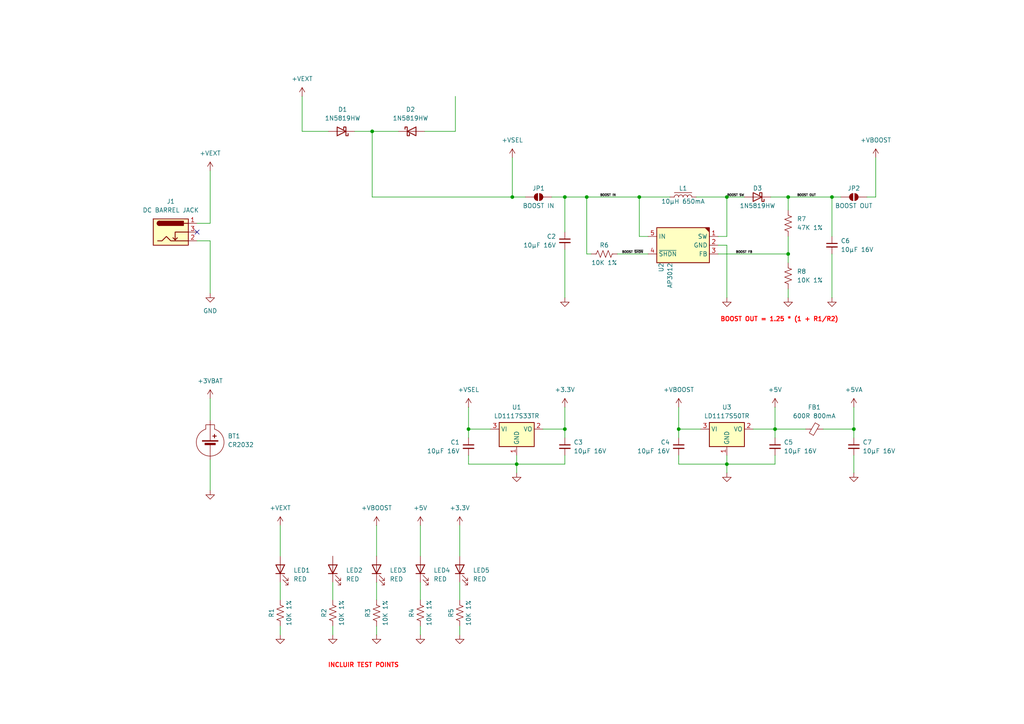
<source format=kicad_sch>
(kicad_sch (version 20231120) (generator "eeschema") (generator_version "8.0")
  (paper "A4")
  (lib_symbols
    (symbol "EMBARCADOS - CURSO PCB:+5V" (power) (pin_numbers hide) (pin_names (offset 0) hide)
      (property "Value" "+5V" (at 0 3.556 0))
      (symbol "+5V_0_1"
        (polyline (pts (xy -0.762 1.27) (xy 0 2.54)))
        (polyline (pts (xy 0 0) (xy 0 2.54)))
        (polyline (pts (xy 0 2.54) (xy 0.762 1.27)))
      )
      (symbol "+5V_1_1"
        (pin power_in line (at 0 0 90) (length 0) (name "~") (number "1"))
      )
    )
    (symbol "EMBARCADOS - CURSO PCB:AUX JUMPER SOLDER OPEN" (pin_numbers hide) (pin_names (offset 0) hide) (exclude_from_sim yes) (in_bom no)
      (property "Reference" "JP" (at 0 2.032 0))
      (property "Value" "SolderJumper_2_Open" (at 0 -2.54 0))
      (symbol "AUX JUMPER SOLDER OPEN_0_1"
        (arc (start -0.254 1.016) (mid -1.2656 0) (end -0.254 -1.016))
        (arc (start -0.254 1.016) (mid -1.2656 0) (end -0.254 -1.016) (fill (type outline)))
        (polyline (pts (xy -0.254 1.016) (xy -0.254 -1.016)))
        (polyline (pts (xy 0.254 1.016) (xy 0.254 -1.016)))
        (arc (start 0.254 -1.016) (mid 1.2656 0) (end 0.254 1.016))
        (arc (start 0.254 -1.016) (mid 1.2656 0) (end 0.254 1.016) (fill (type outline)))
      )
      (symbol "AUX JUMPER SOLDER OPEN_1_1"
        (pin passive line (at -3.81 0 0) (length 2.54) (name "A") (number "1"))
        (pin passive line (at 3.81 0 180) (length 2.54) (name "B") (number "2"))
      )
    )
    (symbol "EMBARCADOS - CURSO PCB:BATTERY HOLDER CR2032" (pin_numbers hide) (pin_names (offset 0) hide)
      (property "Reference" "BT" (at 4.318 1.27 0))
      (property "Value" "CR2032" (at 4.318 -1.27 0))
      (symbol "BATTERY HOLDER CR2032_0_1"
        (rectangle (start -2.286 0.508) (end 2.286 0.254) (fill (type outline)))
        (rectangle (start -1.524 -0.254) (end 1.524 -0.762) (fill (type outline)))
        (arc (start -1.27 3.81) (mid 0 -4.0161) (end 1.27 3.81))
        (polyline (pts (xy 0 -0.508) (xy 0 -2.54)))
        (polyline (pts (xy 0 0.508) (xy 0 3.81)))
        (polyline (pts (xy 0.762 1.778) (xy 1.778 1.778)) (stroke (width 0.254)))
        (polyline (pts (xy 1.27 2.286) (xy 1.27 1.27)) (stroke (width 0.254)))
        (polyline (pts (xy -1.27 3.81) (xy -1.27 5.08) (xy 1.27 5.08) (xy 1.27 3.81)))
      )
      (symbol "BATTERY HOLDER CR2032_1_1"
        (pin passive line (at 0 6.35 270) (length 2.54) (name "+") (number "1"))
        (pin passive line (at 0 -5.08 90) (length 2.54) (name "-") (number "2"))
      )
    )
    (symbol "EMBARCADOS - CURSO PCB:CAP 0805 10uH 16V AVX KGM21AR71C106K" (pin_numbers hide) (pin_names (offset 0.254) hide)
      (property "Reference" "C" (at 0.254 1.778 0))
      (property "Value" "10µF 16V" (at 0.254 -2.032 0))
      (symbol "CAP 0805 10uH 16V AVX KGM21AR71C106K_0_1"
        (polyline (pts (xy -1.524 -0.508) (xy 1.524 -0.508)) (stroke (width 0.3302)))
        (polyline (pts (xy -1.524 0.508) (xy 1.524 0.508)) (stroke (width 0.3048)))
      )
      (symbol "CAP 0805 10uH 16V AVX KGM21AR71C106K_1_1"
        (pin passive line (at 0 2.54 270) (length 2.032) (name "~") (number "1"))
        (pin passive line (at 0 -2.54 90) (length 2.032) (name "~") (number "2"))
      )
    )
    (symbol "EMBARCADOS - CURSO PCB:CONN DC BARREL JACK WÜRTH ELEKTRONIK 694108301002" (pin_names hide)
      (property "Reference" "J" (at 0 5.334 0))
      (property "Value" "DC BARREL JACK" (at 0 -5.08 0))
      (symbol "CONN DC BARREL JACK WÜRTH ELEKTRONIK 694108301002_0_1"
        (rectangle (start -5.08 3.81) (end 5.08 -3.81) (stroke (width 0.254)) (fill (type background)))
        (arc (start -3.302 3.175) (mid -3.9343 2.54) (end -3.302 1.905) (stroke (width 0.254)))
        (arc (start -3.302 3.175) (mid -3.9343 2.54) (end -3.302 1.905) (stroke (width 0.254)) (fill (type outline)))
        (polyline (pts (xy 1.27 -2.286) (xy 1.905 -1.651)) (stroke (width 0.254)))
        (polyline (pts (xy 5.08 2.54) (xy 3.81 2.54)) (stroke (width 0.254)))
        (polyline (pts (xy 5.08 0) (xy 1.27 0) (xy 1.27 -2.286) (xy 0.635 -1.651)) (stroke (width 0.254)))
        (polyline (pts (xy -3.81 -2.54) (xy -2.54 -2.54) (xy -1.27 -1.27) (xy 0 -2.54) (xy 2.54 -2.54) (xy 5.08 -2.54)) (stroke (width 0.254)))
        (rectangle (start 3.683 3.175) (end -3.302 1.905) (stroke (width 0.254)) (fill (type outline)))
      )
      (symbol "CONN DC BARREL JACK WÜRTH ELEKTRONIK 694108301002_1_1"
        (pin passive line (at 7.62 2.54 180) (length 2.54) (name "~") (number "1"))
        (pin passive line (at 7.62 -2.54 180) (length 2.54) (name "~") (number "2"))
        (pin passive line (at 7.62 0 180) (length 2.54) (name "~") (number "3"))
      )
    )
    (symbol "EMBARCADOS - CURSO PCB:DIODE SCHOTTKY 1N5819WS SOD-123 DIODES INC" (pin_numbers hide) (pin_names (offset 1.016) hide)
      (property "Reference" "D" (at 0 2.54 0))
      (property "Value" "1N5819HW" (at 0 -2.54 0))
      (symbol "DIODE SCHOTTKY 1N5819WS SOD-123 DIODES INC_0_1"
        (polyline (pts (xy 1.27 0) (xy -1.27 0)))
        (polyline (pts (xy 1.27 1.27) (xy 1.27 -1.27) (xy -1.27 0) (xy 1.27 1.27)) (stroke (width 0.254)))
        (polyline (pts (xy -1.905 0.635) (xy -1.905 1.27) (xy -1.27 1.27) (xy -1.27 -1.27) (xy -0.635 -1.27) (xy -0.635 -0.635)) (stroke (width 0.254)))
      )
      (symbol "DIODE SCHOTTKY 1N5819WS SOD-123 DIODES INC_1_1"
        (pin passive line (at -3.81 0 0) (length 2.54) (name "K") (number "1"))
        (pin passive line (at 3.81 0 180) (length 2.54) (name "A") (number "2"))
      )
    )
    (symbol "EMBARCADOS - CURSO PCB:FB 0603 600R 800mA WÜRTH ELEKTRONIK  742792651" (pin_numbers hide) (pin_names (offset 0))
      (property "Reference" "FB" (at 1.905 1.27 0))
      (property "Value" "600R 800mA" (at 1.905 -1.27 0))
      (symbol "FB 0603 600R 800mA WÜRTH ELEKTRONIK  742792651_0_1"
        (polyline (pts (xy 0 -1.27) (xy 0 -0.7874)))
        (polyline (pts (xy 0 0.889) (xy 0 1.2954)))
        (polyline (pts (xy -1.8288 0.2794) (xy -1.1176 1.4986) (xy 1.8288 -0.2032) (xy 1.1176 -1.4224) (xy -1.8288 0.2794)))
      )
      (symbol "FB 0603 600R 800mA WÜRTH ELEKTRONIK  742792651_1_1"
        (pin passive line (at 0 2.54 270) (length 1.27) (name "~") (number "1"))
        (pin passive line (at 0 -2.54 90) (length 1.27) (name "~") (number "2"))
      )
    )
    (symbol "EMBARCADOS - CURSO PCB:IC DC-DC BOOST AP3012 DIODES"
      (property "Reference" "U" (at 0 6.35 0))
      (property "Value" "AP3012" (at 0 -6.35 0))
      (symbol "IC DC-DC BOOST AP3012 DIODES_0_1"
        (rectangle (start -7.62 5.08) (end 7.62 -5.08) (stroke (width 0.254)) (fill (type background)))
      )
      (symbol "IC DC-DC BOOST AP3012 DIODES_1_1"
        (polyline (pts (xy -7.62 5.08) (xy -6.35 5.08) (xy -7.62 3.81)) (fill (type outline)))
        (pin passive line (at -10.16 2.54 0) (length 2.54) (name "SW") (number "1"))
        (pin power_in line (at -10.16 0 0) (length 2.54) (name "GND") (number "2"))
        (pin input line (at -10.16 -2.54 0) (length 2.54) (name "FB") (number "3"))
        (pin input line (at 10.16 -2.54 180) (length 2.54) (name "~{SHDN}") (number "4"))
        (pin power_in line (at 10.16 2.54 180) (length 2.54) (name "IN") (number "5"))
      )
    )
    (symbol "EMBARCADOS - CURSO PCB:IC DC-DC LDO LD1117S33TR SOT223"
      (property "Reference" "U" (at -3.81 3.175 0))
      (property "Value" "LD1117S33TR" (at 0 3.175 0))
      (symbol "IC DC-DC LDO LD1117S33TR SOT223_0_1"
        (rectangle (start -5.08 -5.08) (end 5.08 1.905) (stroke (width 0.254)) (fill (type background)))
      )
      (symbol "IC DC-DC LDO LD1117S33TR SOT223_1_1"
        (pin power_in line (at 0 -7.62 90) (length 2.54) (name "GND") (number "1"))
        (pin power_out line (at 7.62 0 180) (length 2.54) (name "VO") (number "2"))
        (pin power_in line (at -7.62 0 0) (length 2.54) (name "VI") (number "3"))
      )
    )
    (symbol "EMBARCADOS - CURSO PCB:IC DC-DC LDO LD1117S50TR SOT223"
      (property "Reference" "U" (at -3.81 3.175 0))
      (property "Value" "LD1117S50TR" (at 0 3.175 0))
      (symbol "IC DC-DC LDO LD1117S50TR SOT223_0_1"
        (rectangle (start -5.08 -5.08) (end 5.08 1.905) (stroke (width 0.254)) (fill (type background)))
      )
      (symbol "IC DC-DC LDO LD1117S50TR SOT223_1_1"
        (pin power_in line (at 0 -7.62 90) (length 2.54) (name "GND") (number "1"))
        (pin power_out line (at 7.62 0 180) (length 2.54) (name "VO") (number "2"))
        (pin power_in line (at -7.62 0 0) (length 2.54) (name "VI") (number "3"))
      )
    )
    (symbol "EMBARCADOS - CURSO PCB:IND 2.5x2.0 10µH 650mA WÜRTH ELEKTRONIK 74404024100 " (pin_numbers hide) (pin_names (offset 1.016) hide)
      (property "Reference" "L" (at -1.27 0 90))
      (property "Value" "10µH 650mA" (at 2.794 0 90))
      (symbol "IND 2.5x2.0 10µH 650mA WÜRTH ELEKTRONIK 74404024100 _0_1"
        (arc (start 0 -2.54) (mid 0.6323 -1.905) (end 0 -1.27))
        (arc (start 0 -1.27) (mid 0.6323 -0.635) (end 0 0))
        (polyline (pts (xy 1.27 2.54) (xy 1.27 -2.54)))
        (arc (start 0 0) (mid 0.6323 0.635) (end 0 1.27))
        (arc (start 0 1.27) (mid 0.6323 1.905) (end 0 2.54))
      )
      (symbol "IND 2.5x2.0 10µH 650mA WÜRTH ELEKTRONIK 74404024100 _1_1"
        (pin passive line (at 0 3.81 270) (length 1.27) (name "1") (number "1"))
        (pin passive line (at 0 -3.81 90) (length 1.27) (name "2") (number "2"))
      )
    )
    (symbol "EMBARCADOS - CURSO PCB:LED 0603 RED WÜRTH ELEKTRONIK 150060SS55040 " (pin_numbers hide) (pin_names (offset 1.016) hide)
      (property "Reference" "LED" (at 0 2.54 0))
      (property "Value" "RED" (at 0 -2.54 0))
      (symbol "LED 0603 RED WÜRTH ELEKTRONIK 150060SS55040 _0_1"
        (polyline (pts (xy -1.27 -1.27) (xy -1.27 1.27)) (stroke (width 0.254)))
        (polyline (pts (xy -1.27 0) (xy 1.27 0)))
        (polyline (pts (xy 1.27 -1.27) (xy 1.27 1.27) (xy -1.27 0) (xy 1.27 -1.27)) (stroke (width 0.254)))
        (polyline (pts (xy -3.048 -0.762) (xy -4.572 -2.286) (xy -3.81 -2.286) (xy -4.572 -2.286) (xy -4.572 -1.524)))
        (polyline (pts (xy -1.778 -0.762) (xy -3.302 -2.286) (xy -2.54 -2.286) (xy -3.302 -2.286) (xy -3.302 -1.524)))
      )
      (symbol "LED 0603 RED WÜRTH ELEKTRONIK 150060SS55040 _1_1"
        (pin passive line (at -3.81 0 0) (length 2.54) (name "K") (number "1"))
        (pin passive line (at 3.81 0 180) (length 2.54) (name "A") (number "2"))
      )
    )
    (symbol "EMBARCADOS - CURSO PCB:POWER GND" (power) (pin_numbers hide) (pin_names (offset 0) hide)
      (property "Value" "POWER GND" (at 0 -3.81 0))
      (symbol "POWER GND_0_1"
        (polyline (pts (xy 0 0) (xy 0 -1.27) (xy 1.27 -1.27) (xy 0 -2.54) (xy -1.27 -1.27) (xy 0 -1.27)))
      )
      (symbol "POWER GND_1_1"
        (pin power_in line (at 0 0 270) (length 0) (name "~") (number "1"))
      )
    )
    (symbol "EMBARCADOS - CURSO PCB:RES 0603 10K 1% VISHAY CRCW060310K0FK " (pin_numbers hide) (pin_names (offset 0))
      (property "Reference" "R" (at 2.54 0 90))
      (property "Value" "10K 1%" (at -2.54 0 90))
      (symbol "RES 0603 10K 1% VISHAY CRCW060310K0FK _0_1"
        (polyline (pts (xy 0 -2.286) (xy 0 -2.54)))
        (polyline (pts (xy 0 2.286) (xy 0 2.54)))
        (polyline (pts (xy 0 -0.762) (xy 1.016 -1.143) (xy 0 -1.524) (xy -1.016 -1.905) (xy 0 -2.286)))
        (polyline (pts (xy 0 0.762) (xy 1.016 0.381) (xy 0 0) (xy -1.016 -0.381) (xy 0 -0.762)))
        (polyline (pts (xy 0 2.286) (xy 1.016 1.905) (xy 0 1.524) (xy -1.016 1.143) (xy 0 0.762)))
      )
      (symbol "RES 0603 10K 1% VISHAY CRCW060310K0FK _1_1"
        (pin passive line (at 0 3.81 270) (length 1.27) (name "~") (number "1"))
        (pin passive line (at 0 -3.81 90) (length 1.27) (name "~") (number "2"))
      )
    )
    (symbol "EMBARCADOS - CURSO PCB:RES 0603 47K 1% VISHAY CRCW060347K0FK" (pin_numbers hide) (pin_names (offset 0))
      (property "Reference" "R" (at 2.54 0 90))
      (property "Value" "47K 1%" (at -2.54 0 90))
      (symbol "RES 0603 47K 1% VISHAY CRCW060347K0FK_0_1"
        (polyline (pts (xy 0 -2.286) (xy 0 -2.54)))
        (polyline (pts (xy 0 2.286) (xy 0 2.54)))
        (polyline (pts (xy 0 -0.762) (xy 1.016 -1.143) (xy 0 -1.524) (xy -1.016 -1.905) (xy 0 -2.286)))
        (polyline (pts (xy 0 0.762) (xy 1.016 0.381) (xy 0 0) (xy -1.016 -0.381) (xy 0 -0.762)))
        (polyline (pts (xy 0 2.286) (xy 1.016 1.905) (xy 0 1.524) (xy -1.016 1.143) (xy 0 0.762)))
      )
      (symbol "RES 0603 47K 1% VISHAY CRCW060347K0FK_1_1"
        (pin passive line (at 0 3.81 270) (length 1.27) (name "~") (number "1"))
        (pin passive line (at 0 -3.81 90) (length 1.27) (name "~") (number "2"))
      )
    )
  )
  (junction (at 148.59 57.15))
  (junction (at 224.79 124.46))
  (junction (at 149.86 134.62))
  (junction (at 241.3 57.15))
  (junction (at 135.89 124.46))
  (junction (at 210.82 134.62))
  (junction (at 196.85 124.46))
  (junction (at 185.42 57.15))
  (junction (at 210.82 57.15))
  (junction (at 228.6 73.66))
  (junction (at 247.65 124.46))
  (junction (at 107.95 38.1))
  (junction (at 170.18 57.15))
  (junction (at 228.6 57.15))
  (junction (at 163.83 57.15))
  (junction (at 163.83 124.46))
  (no_connect (at 57.15 67.31))
  (wire (pts (xy 210.82 134.62) (xy 224.79 134.62)))
  (wire (pts (xy 187.96 68.58) (xy 185.42 68.58)))
  (wire (pts (xy 123.19 38.1) (xy 132.08 38.1)))
  (wire (pts (xy 107.95 38.1) (xy 115.57 38.1)))
  (wire (pts (xy 121.92 181.61) (xy 121.92 184.15)))
  (wire (pts (xy 203.2 124.46) (xy 196.85 124.46)))
  (wire (pts (xy 133.35 152.4) (xy 133.35 161.29)))
  (wire (pts (xy 149.86 132.08) (xy 149.86 134.62)))
  (wire (pts (xy 228.6 83.82) (xy 228.6 86.36)))
  (wire (pts (xy 160.02 57.15) (xy 163.83 57.15)))
  (wire (pts (xy 60.96 49.53) (xy 60.96 64.77)))
  (wire (pts (xy 81.28 168.91) (xy 81.28 173.99)))
  (wire (pts (xy 107.95 57.15) (xy 107.95 38.1)))
  (wire (pts (xy 224.79 124.46) (xy 233.68 124.46)))
  (wire (pts (xy 247.65 132.08) (xy 247.65 137.16)))
  (wire (pts (xy 228.6 73.66) (xy 228.6 76.2)))
  (wire (pts (xy 135.89 124.46) (xy 142.24 124.46)))
  (wire (pts (xy 107.95 57.15) (xy 148.59 57.15)))
  (wire (pts (xy 185.42 57.15) (xy 194.31 57.15)))
  (wire (pts (xy 96.52 168.91) (xy 96.52 173.99)))
  (wire (pts (xy 208.28 73.66) (xy 228.6 73.66)))
  (wire (pts (xy 228.6 57.15) (xy 228.6 60.96)))
  (wire (pts (xy 224.79 118.11) (xy 224.79 124.46)))
  (wire (pts (xy 163.83 57.15) (xy 163.83 67.31)))
  (wire (pts (xy 210.82 134.62) (xy 210.82 137.16)))
  (wire (pts (xy 185.42 68.58) (xy 185.42 57.15)))
  (wire (pts (xy 210.82 132.08) (xy 210.82 134.62)))
  (wire (pts (xy 157.48 124.46) (xy 163.83 124.46)))
  (wire (pts (xy 223.52 57.15) (xy 228.6 57.15)))
  (wire (pts (xy 179.07 73.66) (xy 187.96 73.66)))
  (wire (pts (xy 57.15 69.85) (xy 60.96 69.85)))
  (wire (pts (xy 60.96 115.57) (xy 60.96 121.92)))
  (wire (pts (xy 241.3 73.66) (xy 241.3 86.36)))
  (wire (pts (xy 148.59 45.72) (xy 148.59 57.15)))
  (wire (pts (xy 133.35 181.61) (xy 133.35 184.15)))
  (wire (pts (xy 60.96 133.35) (xy 60.96 142.24)))
  (wire (pts (xy 196.85 124.46) (xy 196.85 127)))
  (wire (pts (xy 247.65 118.11) (xy 247.65 124.46)))
  (wire (pts (xy 163.83 57.15) (xy 170.18 57.15)))
  (wire (pts (xy 224.79 132.08) (xy 224.79 134.62)))
  (wire (pts (xy 121.92 152.4) (xy 121.92 161.29)))
  (wire (pts (xy 135.89 134.62) (xy 149.86 134.62)))
  (wire (pts (xy 60.96 69.85) (xy 60.96 85.09)))
  (wire (pts (xy 210.82 57.15) (xy 215.9 57.15)))
  (wire (pts (xy 218.44 124.46) (xy 224.79 124.46)))
  (wire (pts (xy 135.89 124.46) (xy 135.89 127)))
  (wire (pts (xy 95.25 38.1) (xy 87.63 38.1)))
  (wire (pts (xy 238.76 124.46) (xy 247.65 124.46)))
  (wire (pts (xy 132.08 27.94) (xy 132.08 38.1)))
  (wire (pts (xy 135.89 118.11) (xy 135.89 124.46)))
  (wire (pts (xy 148.59 57.15) (xy 152.4 57.15)))
  (wire (pts (xy 109.22 168.91) (xy 109.22 173.99)))
  (wire (pts (xy 210.82 86.36) (xy 210.82 71.12)))
  (wire (pts (xy 254 57.15) (xy 251.46 57.15)))
  (wire (pts (xy 228.6 68.58) (xy 228.6 73.66)))
  (wire (pts (xy 81.28 181.61) (xy 81.28 184.15)))
  (wire (pts (xy 241.3 68.58) (xy 241.3 57.15)))
  (wire (pts (xy 57.15 64.77) (xy 60.96 64.77)))
  (wire (pts (xy 163.83 124.46) (xy 163.83 127)))
  (wire (pts (xy 224.79 124.46) (xy 224.79 127)))
  (wire (pts (xy 241.3 57.15) (xy 243.84 57.15)))
  (wire (pts (xy 228.6 57.15) (xy 241.3 57.15)))
  (wire (pts (xy 149.86 134.62) (xy 149.86 137.16)))
  (wire (pts (xy 247.65 124.46) (xy 247.65 127)))
  (wire (pts (xy 109.22 152.4) (xy 109.22 161.29)))
  (wire (pts (xy 170.18 73.66) (xy 170.18 57.15)))
  (wire (pts (xy 96.52 181.61) (xy 96.52 184.15)))
  (wire (pts (xy 170.18 57.15) (xy 185.42 57.15)))
  (wire (pts (xy 163.83 118.11) (xy 163.83 124.46)))
  (wire (pts (xy 163.83 132.08) (xy 163.83 134.62)))
  (wire (pts (xy 135.89 132.08) (xy 135.89 134.62)))
  (wire (pts (xy 196.85 118.11) (xy 196.85 124.46)))
  (wire (pts (xy 133.35 168.91) (xy 133.35 173.99)))
  (wire (pts (xy 87.63 27.94) (xy 87.63 38.1)))
  (wire (pts (xy 102.87 38.1) (xy 107.95 38.1)))
  (wire (pts (xy 196.85 134.62) (xy 210.82 134.62)))
  (wire (pts (xy 109.22 181.61) (xy 109.22 184.15)))
  (wire (pts (xy 121.92 168.91) (xy 121.92 173.99)))
  (wire (pts (xy 171.45 73.66) (xy 170.18 73.66)))
  (wire (pts (xy 201.93 57.15) (xy 210.82 57.15)))
  (wire (pts (xy 149.86 134.62) (xy 163.83 134.62)))
  (wire (pts (xy 163.83 72.39) (xy 163.83 86.36)))
  (wire (pts (xy 210.82 71.12) (xy 208.28 71.12)))
  (wire (pts (xy 208.28 68.58) (xy 210.82 68.58)))
  (wire (pts (xy 81.28 152.4) (xy 81.28 161.29)))
  (wire (pts (xy 196.85 132.08) (xy 196.85 134.62)))
  (wire (pts (xy 210.82 57.15) (xy 210.82 68.58)))
  (wire (pts (xy 254 45.72) (xy 254 57.15)))
  (text "INCLUIR TEST POINTS" (at 105.41 193.04 0) (effects (font (size 1.27 1.27) (thickness 0.254) (bold yes))))
  (text "BOOST OUT = 1.25 * (1 + R1/R2)" (at 226.06 92.71 0) (effects (font (size 1.27 1.27) (thickness 0.254) (bold yes))))
  (label "BOOST IN" (at 173.99 57.15 0) (effects (font (size 0.635 0.635) (thickness 0.254) (bold yes))))
  (label "BOOST ~{SHDN}" (at 180.34 73.66 0) (effects (font (size 0.635 0.635) (thickness 0.254) (bold yes))))
  (label "BOOST SW" (at 210.82 57.15 0) (effects (font (size 0.635 0.635) (thickness 0.254) (bold yes))))
  (label "BOOST FB" (at 213.36 73.66 0) (effects (font (size 0.635 0.635) (thickness 0.254) (bold yes))))
  (label "BOOST OUT" (at 231.14 57.15 0) (effects (font (size 0.635 0.635) (thickness 0.254) (bold yes))))
  (symbol (lib_id "EMBARCADOS - CURSO PCB:POWER GND") (at 210.82 86.36 0) (unit 1)
    (property "Reference" "#PWR021" (effects (hide yes)))
    (property "Value" "GND" (effects (hide yes)))
    (property "Description" "Power symbol creates a global label with name \"GND\" , ground" (effects (hide yes)))
  )
  (symbol (lib_id "EMBARCADOS - CURSO PCB:RES 0603 10K 1% VISHAY CRCW060310K0FK ") (at 133.35 177.8 180) (unit 1)
    (property "Reference" "R5" (at 130.81 177.8 90))
    (property "Value" "10K 1%" (at 135.89 177.8 90))
    (property "Footprint" "EMBARCADOS - CURSO PCB:R_0603_1608Metric" (effects (hide yes)))
    (property "Datasheet" "https://www.we-online.com/components/products/datasheet/61300411821.pdf" (effects (hide yes)))
    (property "Description" "RES 0603 10K 1% VISHAY" (effects (hide yes)))
    (property "MPN" "CRCW060310K0FK " (effects (hide yes)))
    (property "Manufacturer" "VISHAY " (effects (hide yes)))
    (property "3D Model" "KiCad" (effects (hide yes)))
    (property "Notes" "-" (effects (hide yes)))
    (property "LCSC Part # " "C25804 " (effects (hide yes)))
    (property "LCSC MPN " "0603WAF1002T5E " (effects (hide yes)))
    (property "LCSC MANUFACTURER " "UNI-ROYAL " (effects (hide yes)))
  )
  (symbol (lib_id "EMBARCADOS - CURSO PCB:LED 0603 RED WÜRTH ELEKTRONIK 150060SS55040 ") (at 96.52 165.1 90) (unit 1)
    (property "Reference" "LED2" (at 100.33 165.4174 90) (effects (justify right)))
    (property "Value" "RED" (at 100.33 167.9574 90) (effects (justify right)))
    (property "Footprint" "EMBARCADOS - CURSO PCB:LED_0603_1608Metric" (effects (hide yes)))
    (property "Datasheet" "https://www.we-online.com/components/products/datasheet/150060SS55040.pdf" (effects (hide yes)))
    (property "Description" "Light emitting diode" (effects (hide yes)))
    (property "MPN" "150060SS55040 " (effects (hide yes)))
    (property "Manufacturer" "WÜRTH ELEKTRONIK " (effects (hide yes)))
    (property "3D Model" "KiCad" (effects (hide yes)))
    (property "Notes" "-" (effects (hide yes)))
    (property "LCSC Part # " "C128052 " (effects (hide yes)))
    (property "LCSC MPN " "19-213/R6C-AM2P1VY/3T " (effects (hide yes)))
    (property "LCSC MANUFACTURER " "EVERLIGHT " (effects (hide yes)))
  )
  (symbol (lib_id "EMBARCADOS - CURSO PCB:CAP 0805 10uH 16V AVX KGM21AR71C106K") (at 135.89 129.54 0) (mirror y) (unit 1)
    (property "Reference" "C1" (at 133.35 128.2762 0) (effects (justify left)))
    (property "Value" "10µF 16V" (at 133.35 130.8162 0) (effects (justify left)))
    (property "Footprint" "EMBARCADOS - CURSO PCB:C_0805_2012Metric" (effects (hide yes)))
    (property "Datasheet" "https://datasheets.kyocera-avx.com/KGM_X7R.pdf" (effects (hide yes)))
    (property "Description" "CAP 0805 10uH 16V AVX" (effects (hide yes)))
    (property "MPN" "KGM21AR71C106K " (effects (hide yes)))
    (property "Manufacturer" "KYOCERA/AVX " (effects (hide yes)))
    (property "3D Model" "KiCad" (effects (hide yes)))
    (property "Notes" "-" (effects (hide yes)))
    (property "LCSC Part #" "C15850 " (effects (hide yes)))
    (property "LCSC MPN " "CL21A106KAYNNNE " (effects (hide yes)))
    (property "LCSC MANUFACTURER " "SAMSUNG " (effects (hide yes)))
  )
  (symbol (lib_id "EMBARCADOS - CURSO PCB:DIODE SCHOTTKY 1N5819WS SOD-123 DIODES INC") (at 99.06 38.1 180) (unit 1)
    (property "Reference" "D1" (at 99.3775 31.75 0))
    (property "Value" "1N5819HW" (at 99.3775 34.29 0))
    (property "Footprint" "EMBARCADOS - CURSO PCB:D_SOD-123" (effects (hide yes)))
    (property "Datasheet" "https://www.diodes.com/datasheet/download/1N5819HW.pdf" (effects (hide yes)))
    (property "Description" "40V 600mV@1A 1A SOD-323 Schottky Barrier Diodes, SOD-323" (effects (hide yes)))
    (property "MPN" "1N5819HW-7-F " (effects (hide yes)))
    (property "Manufactrer" "DIODES INCORPORATED " (effects (hide yes)))
    (property "3D Model" "KiCad" (effects (hide yes)))
    (property "Notes" "-" (effects (hide yes)))
    (property "LCSC Part # " "C82544 " (effects (hide yes)))
    (property "LCSC MPN " "1N5819HW-7-F " (effects (hide yes)))
    (property "LCSC MANUFACTURER " "DIODES INCORPORATED " (effects (hide yes)))
  )
  (symbol (lib_id "EMBARCADOS - CURSO PCB:POWER GND") (at 228.6 86.36 0) (unit 1)
    (property "Reference" "#PWR024" (effects (hide yes)))
    (property "Value" "GND" (effects (hide yes)))
    (property "Description" "Power symbol creates a global label with name \"GND\" , ground" (effects (hide yes)))
  )
  (symbol (lib_id "EMBARCADOS - CURSO PCB:POWER GND") (at 133.35 184.15 0) (unit 1)
    (property "Reference" "#PWR014" (effects (hide yes)))
    (property "Value" "GND" (effects (hide yes)))
    (property "Description" "Power symbol creates a global label with name \"GND\" , ground" (effects (hide yes)))
  )
  (symbol (lib_id "EMBARCADOS - CURSO PCB:RES 0603 10K 1% VISHAY CRCW060310K0FK ") (at 109.22 177.8 180) (unit 1)
    (property "Reference" "R3" (at 106.68 177.8 90))
    (property "Value" "10K 1%" (at 111.76 177.8 90))
    (property "Footprint" "EMBARCADOS - CURSO PCB:R_0603_1608Metric" (effects (hide yes)))
    (property "Datasheet" "https://www.we-online.com/components/products/datasheet/61300411821.pdf" (effects (hide yes)))
    (property "Description" "RES 0603 10K 1% VISHAY" (effects (hide yes)))
    (property "MPN" "CRCW060310K0FK " (effects (hide yes)))
    (property "Manufacturer" "VISHAY " (effects (hide yes)))
    (property "3D Model" "KiCad" (effects (hide yes)))
    (property "Notes" "-" (effects (hide yes)))
    (property "LCSC Part # " "C25804 " (effects (hide yes)))
    (property "LCSC MPN " "0603WAF1002T5E " (effects (hide yes)))
    (property "LCSC MANUFACTURER " "UNI-ROYAL " (effects (hide yes)))
  )
  (symbol (lib_id "EMBARCADOS - CURSO PCB:+5V") (at 163.83 118.11 0) (unit 1)
    (property "Reference" "#PWR019" (effects (hide yes)))
    (property "Value" "+3.3V" (at 163.83 113.03 0))
    (property "Description" "Power symbol creates a global label with name \"+5V\"" (effects (hide yes)))
  )
  (symbol (lib_id "EMBARCADOS - CURSO PCB:BATTERY HOLDER CR2032") (at 60.96 128.27 0) (unit 1)
    (property "Reference" "BT1" (at 66.04 126.4679 0) (effects (justify left)))
    (property "Value" "CR2032" (at 66.04 129.0079 0) (effects (justify left)))
    (property "Footprint" "EMBARCADOS - CURSO PCB:BatteryHolder_Keystone_1060_1x2032" (effects (hide yes)))
    (property "Datasheet" "https://www.we-online.com/components/products/datasheet/79527141.pdf" (effects (hide yes)))
    (property "Description" "Single-cell battery" (effects (hide yes)))
    (property "MPN" "79527141" (effects (hide yes)))
    (property "Manufacturer" "WÜRTH ELEKTRONIK " (effects (hide yes)))
    (property "3D Model" "https://www.we-online.com/components/products/download/79527141%20%28rev1%29.igs" (effects (hide yes)))
    (property "Notes" "-" (effects (hide yes)))
    (property "LCSC Part # " "-" (effects (hide yes)))
    (property "LCSC MPN " "-" (effects (hide yes)))
    (property "LCSC MANUFACTURER " "-" (effects (hide yes)))
  )
  (symbol (lib_id "EMBARCADOS - CURSO PCB:+5V") (at 135.89 118.11 0) (unit 1)
    (property "Reference" "#PWR015" (effects (hide yes)))
    (property "Value" "+VSEL" (at 135.89 113.03 0))
    (property "Description" "Power symbol creates a global label with name \"+5V\"" (effects (hide yes)))
  )
  (symbol (lib_id "EMBARCADOS - CURSO PCB:CAP 0805 10uH 16V AVX KGM21AR71C106K") (at 247.65 129.54 0) (unit 1)
    (property "Reference" "C7" (at 250.19 128.2762 0) (effects (justify left)))
    (property "Value" "10µF 16V" (at 250.19 130.8162 0) (effects (justify left)))
    (property "Footprint" "EMBARCADOS - CURSO PCB:C_0805_2012Metric" (effects (hide yes)))
    (property "Datasheet" "https://datasheets.kyocera-avx.com/KGM_X7R.pdf" (effects (hide yes)))
    (property "Description" "CAP 0805 10uH 16V AVX" (effects (hide yes)))
    (property "MPN" "KGM21AR71C106K " (effects (hide yes)))
    (property "Manufacturer" "KYOCERA/AVX " (effects (hide yes)))
    (property "3D Model" "KiCad" (effects (hide yes)))
    (property "Notes" "-" (effects (hide yes)))
    (property "LCSC Part #" "C15850 " (effects (hide yes)))
    (property "LCSC MPN " "CL21A106KAYNNNE " (effects (hide yes)))
    (property "LCSC MANUFACTURER " "SAMSUNG " (effects (hide yes)))
  )
  (symbol (lib_id "EMBARCADOS - CURSO PCB:CONN DC BARREL JACK WÜRTH ELEKTRONIK 694108301002") (at 49.53 67.31 0) (unit 1)
    (property "Reference" "J1" (at 49.53 58.42 0))
    (property "Value" "DC BARREL JACK" (at 49.53 60.96 0))
    (property "Footprint" "EMBARCADOS - CURSO PCB:BarrelJack_GCT_DCJ200-10-A_Horizontal" (effects (hide yes)))
    (property "Datasheet" "https://www.we-online.com/components/products/datasheet/694108301002.pdf" (effects (hide yes)))
    (property "Description" "DC Barrel Jack with an internal switch" (effects (hide yes)))
    (property "MPN" "694108301002" (effects (hide yes)))
    (property "Manufacturer" "WÜRTH ELEKTRONIK " (effects (hide yes)))
    (property "3D Model" "https://www.we-online.com/components/products/download/Download_IGES_694108301002%20%28rev1%29.iges" (effects (hide yes)))
    (property "Notes" "THRU HOLE" (effects (hide yes)))
    (property "LCSC Part # " "-" (effects (hide yes)))
    (property "LCSC MPN " "-" (effects (hide yes)))
    (property "LCSC MANUFACTURER " "-" (effects (hide yes)))
  )
  (symbol (lib_id "EMBARCADOS - CURSO PCB:IC DC-DC LDO LD1117S33TR SOT223") (at 149.86 124.46 0) (unit 1)
    (property "Reference" "U1" (at 149.86 118.11 0))
    (property "Value" "LD1117S33TR" (at 149.86 120.65 0))
    (property "Footprint" "EMBARCADOS - CURSO PCB:SOT-223-3_TabPin2" (effects (hide yes)))
    (property "Datasheet" "https://www.st.com/resource/en/datasheet/ld1117.pdf" (effects (hide yes)))
    (property "Description" "800mA Fixed Low Drop Positive Voltage Regulator, Fixed Output 3.3V, SOT-223" (effects (hide yes)))
    (property "MPN" "LD1117S33TR " (effects (hide yes)))
    (property "Manufacturer" "STMICROELECTRONICS " (effects (hide yes)))
    (property "3D Model" "KiCad" (effects (hide yes)))
    (property "Notes" "-" (effects (hide yes)))
    (property "LCSC Part # " "C6186 " (effects (hide yes)))
    (property "LCSC MPN " "AMS1117-3.3 " (effects (hide yes)))
    (property "LCSC MANUFACTURER " "ADVANCED MONOLITHIC SYSTEMS " (effects (hide yes)))
  )
  (symbol (lib_id "EMBARCADOS - CURSO PCB:LED 0603 RED WÜRTH ELEKTRONIK 150060SS55040 ") (at 109.22 165.1 90) (unit 1)
    (property "Reference" "LED3" (at 113.03 165.4174 90) (effects (justify right)))
    (property "Value" "RED" (at 113.03 167.9574 90) (effects (justify right)))
    (property "Footprint" "EMBARCADOS - CURSO PCB:LED_0603_1608Metric" (effects (hide yes)))
    (property "Datasheet" "https://www.we-online.com/components/products/datasheet/150060SS55040.pdf" (effects (hide yes)))
    (property "Description" "Light emitting diode" (effects (hide yes)))
    (property "MPN" "150060SS55040 " (effects (hide yes)))
    (property "Manufacturer" "WÜRTH ELEKTRONIK " (effects (hide yes)))
    (property "3D Model" "KiCad" (effects (hide yes)))
    (property "Notes" "-" (effects (hide yes)))
    (property "LCSC Part # " "C128052 " (effects (hide yes)))
    (property "LCSC MPN " "19-213/R6C-AM2P1VY/3T " (effects (hide yes)))
    (property "LCSC MANUFACTURER " "EVERLIGHT " (effects (hide yes)))
  )
  (symbol (lib_id "EMBARCADOS - CURSO PCB:+5V") (at 148.59 45.72 0) (unit 1)
    (property "Reference" "#PWR016" (effects (hide yes)))
    (property "Value" "+VSEL" (at 148.59 40.64 0))
    (property "Description" "Power symbol creates a global label with name \"+5V\"" (effects (hide yes)))
  )
  (symbol (lib_id "EMBARCADOS - CURSO PCB:POWER GND") (at 96.52 184.15 0) (unit 1)
    (property "Reference" "#PWR08" (effects (hide yes)))
    (property "Value" "GND" (effects (hide yes)))
    (property "Description" "Power symbol creates a global label with name \"GND\" , ground" (effects (hide yes)))
  )
  (symbol (lib_id "EMBARCADOS - CURSO PCB:+5V") (at 60.96 49.53 0) (unit 1)
    (property "Reference" "#PWR01" (effects (hide yes)))
    (property "Value" "+VEXT" (at 60.96 44.45 0))
    (property "Description" "Power symbol creates a global label with name \"+5V\"" (effects (hide yes)))
  )
  (symbol (lib_id "EMBARCADOS - CURSO PCB:POWER GND") (at 241.3 86.36 0) (unit 1)
    (property "Reference" "#PWR025" (effects (hide yes)))
    (property "Value" "GND" (effects (hide yes)))
    (property "Description" "Power symbol creates a global label with name \"GND\" , ground" (effects (hide yes)))
  )
  (symbol (lib_id "EMBARCADOS - CURSO PCB:POWER GND") (at 149.86 137.16 0) (unit 1)
    (property "Reference" "#PWR017" (effects (hide yes)))
    (property "Value" "GND" (effects (hide yes)))
    (property "Description" "Power symbol creates a global label with name \"GND\" , ground" (effects (hide yes)))
  )
  (symbol (lib_id "EMBARCADOS - CURSO PCB:+5V") (at 87.63 27.94 0) (unit 1)
    (property "Reference" "#PWR07" (effects (hide yes)))
    (property "Value" "+VEXT" (at 87.63 22.86 0))
    (property "Description" "Power symbol creates a global label with name \"+5V\"" (effects (hide yes)))
  )
  (symbol (lib_id "EMBARCADOS - CURSO PCB:+5V") (at 81.28 152.4 0) (unit 1)
    (property "Reference" "#PWR05" (effects (hide yes)))
    (property "Value" "+VEXT" (at 81.28 147.32 0))
    (property "Description" "Power symbol creates a global label with name \"+5V\"" (effects (hide yes)))
  )
  (symbol (lib_id "EMBARCADOS - CURSO PCB:AUX JUMPER SOLDER OPEN") (at 247.65 57.15 0) (unit 1) (exclude_from_sim yes) (in_bom no)
    (property "Reference" "JP2" (at 247.65 54.61 0))
    (property "Value" "BOOST OUT" (at 247.65 59.69 0))
    (property "Footprint" "EMBARCADOS - CURSO PCB:SolderJumper-2_P1.3mm_Open_RoundedPad1.0x1.5mm" (effects (hide yes)))
    (property "Description" "Solder Jumper, 2-pole, open" (effects (hide yes)))
  )
  (symbol (lib_id "EMBARCADOS - CURSO PCB:CAP 0805 10uH 16V AVX KGM21AR71C106K") (at 224.79 129.54 0) (unit 1)
    (property "Reference" "C5" (at 227.33 128.2762 0) (effects (justify left)))
    (property "Value" "10µF 16V" (at 227.33 130.8162 0) (effects (justify left)))
    (property "Footprint" "EMBARCADOS - CURSO PCB:C_0805_2012Metric" (effects (hide yes)))
    (property "Datasheet" "https://datasheets.kyocera-avx.com/KGM_X7R.pdf" (effects (hide yes)))
    (property "Description" "CAP 0805 10uH 16V AVX" (effects (hide yes)))
    (property "MPN" "KGM21AR71C106K " (effects (hide yes)))
    (property "Manufacturer" "KYOCERA/AVX " (effects (hide yes)))
    (property "3D Model" "KiCad" (effects (hide yes)))
    (property "Notes" "-" (effects (hide yes)))
    (property "LCSC Part #" "C15850 " (effects (hide yes)))
    (property "LCSC MPN " "CL21A106KAYNNNE " (effects (hide yes)))
    (property "LCSC MANUFACTURER " "SAMSUNG " (effects (hide yes)))
  )
  (symbol (lib_id "EMBARCADOS - CURSO PCB:POWER GND") (at 60.96 142.24 0) (unit 1)
    (property "Reference" "#PWR04" (effects (hide yes)))
    (property "Value" "GND" (effects (hide yes)))
    (property "Description" "Power symbol creates a global label with name \"GND\" , ground" (effects (hide yes)))
  )
  (symbol (lib_id "EMBARCADOS - CURSO PCB:DIODE SCHOTTKY 1N5819WS SOD-123 DIODES INC") (at 119.38 38.1 0) (unit 1)
    (property "Reference" "D2" (at 119.0625 31.75 0))
    (property "Value" "1N5819HW" (at 119.0625 34.29 0))
    (property "Footprint" "EMBARCADOS - CURSO PCB:D_SOD-123" (effects (hide yes)))
    (property "Datasheet" "https://www.diodes.com/datasheet/download/1N5819HW.pdf" (effects (hide yes)))
    (property "Description" "40V 600mV@1A 1A SOD-323 Schottky Barrier Diodes, SOD-323" (effects (hide yes)))
    (property "MPN" "1N5819HW-7-F " (effects (hide yes)))
    (property "Manufactrer" "DIODES INCORPORATED " (effects (hide yes)))
    (property "3D Model" "KiCad" (effects (hide yes)))
    (property "Notes" "-" (effects (hide yes)))
    (property "LCSC Part # " "C82544 " (effects (hide yes)))
    (property "LCSC MPN " "1N5819HW-7-F " (effects (hide yes)))
    (property "LCSC MANUFACTURER " "DIODES INCORPORATED " (effects (hide yes)))
  )
  (symbol (lib_id "EMBARCADOS - CURSO PCB:+5V") (at 60.96 115.57 0) (unit 1)
    (property "Reference" "#PWR03" (effects (hide yes)))
    (property "Value" "+3VBAT" (at 60.96 110.49 0))
    (property "Description" "Power symbol creates a global label with name \"+5V\"" (effects (hide yes)))
  )
  (symbol (lib_id "EMBARCADOS - CURSO PCB:LED 0603 RED WÜRTH ELEKTRONIK 150060SS55040 ") (at 81.28 165.1 90) (unit 1)
    (property "Reference" "LED1" (at 85.09 165.4174 90) (effects (justify right)))
    (property "Value" "RED" (at 85.09 167.9574 90) (effects (justify right)))
    (property "Footprint" "EMBARCADOS - CURSO PCB:LED_0603_1608Metric" (effects (hide yes)))
    (property "Datasheet" "https://www.we-online.com/components/products/datasheet/150060SS55040.pdf" (effects (hide yes)))
    (property "Description" "Light emitting diode" (effects (hide yes)))
    (property "MPN" "150060SS55040 " (effects (hide yes)))
    (property "Manufacturer" "WÜRTH ELEKTRONIK " (effects (hide yes)))
    (property "3D Model" "KiCad" (effects (hide yes)))
    (property "Notes" "-" (effects (hide yes)))
    (property "LCSC Part # " "C128052 " (effects (hide yes)))
    (property "LCSC MPN " "19-213/R6C-AM2P1VY/3T " (effects (hide yes)))
    (property "LCSC MANUFACTURER " "EVERLIGHT " (effects (hide yes)))
  )
  (symbol (lib_id "EMBARCADOS - CURSO PCB:POWER GND") (at 81.28 184.15 0) (unit 1)
    (property "Reference" "#PWR06" (effects (hide yes)))
    (property "Value" "GND" (effects (hide yes)))
    (property "Description" "Power symbol creates a global label with name \"GND\" , ground" (effects (hide yes)))
  )
  (symbol (lib_id "EMBARCADOS - CURSO PCB:RES 0603 10K 1% VISHAY CRCW060310K0FK ") (at 175.26 73.66 90) (unit 1)
    (property "Reference" "R6" (at 175.26 71.12 90))
    (property "Value" "10K 1%" (at 175.26 76.2 90))
    (property "Footprint" "EMBARCADOS - CURSO PCB:R_0603_1608Metric" (effects (hide yes)))
    (property "Datasheet" "https://www.we-online.com/components/products/datasheet/61300411821.pdf" (effects (hide yes)))
    (property "Description" "RES 0603 10K 1% VISHAY" (effects (hide yes)))
    (property "MPN" "CRCW060310K0FK " (effects (hide yes)))
    (property "Manufacturer" "VISHAY " (effects (hide yes)))
    (property "3D Model" "KiCad" (effects (hide yes)))
    (property "Notes" "-" (effects (hide yes)))
    (property "LCSC Part # " "C25804 " (effects (hide yes)))
    (property "LCSC MPN " "0603WAF1002T5E " (effects (hide yes)))
    (property "LCSC MANUFACTURER " "UNI-ROYAL " (effects (hide yes)))
  )
  (symbol (lib_id "EMBARCADOS - CURSO PCB:FB 0603 600R 800mA WÜRTH ELEKTRONIK  742792651") (at 236.22 124.46 90) (unit 1)
    (property "Reference" "FB1" (at 236.1819 118.11 90))
    (property "Value" "600R 800mA" (at 236.1819 120.65 90))
    (property "Footprint" "EMBARCADOS - CURSO PCB:L_0603_1608Metric" (effects (hide yes)))
    (property "Datasheet" "https://www.we-online.com/components/products/datasheet/742792651.pdf" (effects (hide yes)))
    (property "Description" "Ferrite bead, small symbol" (effects (hide yes)))
    (property "MPN" "742792651 " (effects (hide yes)))
    (property "Manufacturer" "WÜRTH ELEKTRONIK " (effects (hide yes)))
    (property "3D Model" "KiCad" (effects (hide yes)))
    (property "Notes" "-" (effects (hide yes)))
    (property "LCSC Part # " "C963865 " (effects (hide yes)))
    (property "LCSC MPN " "ACMS160808A1213A " (effects (hide yes)))
    (property "LCSC MANUFACTURER " "HYHONGYEX " (effects (hide yes)))
  )
  (symbol (lib_id "EMBARCADOS - CURSO PCB:+5V") (at 109.22 152.4 0) (unit 1)
    (property "Reference" "#PWR09" (effects (hide yes)))
    (property "Value" "+VBOOST" (at 109.22 147.32 0))
    (property "Description" "Power symbol creates a global label with name \"+5V\"" (effects (hide yes)))
  )
  (symbol (lib_id "EMBARCADOS - CURSO PCB:RES 0603 10K 1% VISHAY CRCW060310K0FK ") (at 81.28 177.8 180) (unit 1)
    (property "Reference" "R1" (at 78.74 177.8 90))
    (property "Value" "10K 1%" (at 83.82 177.8 90))
    (property "Footprint" "EMBARCADOS - CURSO PCB:R_0603_1608Metric" (effects (hide yes)))
    (property "Datasheet" "https://www.we-online.com/components/products/datasheet/61300411821.pdf" (effects (hide yes)))
    (property "Description" "RES 0603 10K 1% VISHAY" (effects (hide yes)))
    (property "MPN" "CRCW060310K0FK " (effects (hide yes)))
    (property "Manufacturer" "VISHAY " (effects (hide yes)))
    (property "3D Model" "KiCad" (effects (hide yes)))
    (property "Notes" "-" (effects (hide yes)))
    (property "LCSC Part # " "C25804 " (effects (hide yes)))
    (property "LCSC MPN " "0603WAF1002T5E " (effects (hide yes)))
    (property "LCSC MANUFACTURER " "UNI-ROYAL " (effects (hide yes)))
  )
  (symbol (lib_id "EMBARCADOS - CURSO PCB:POWER GND") (at 247.65 137.16 0) (unit 1)
    (property "Reference" "#PWR027" (effects (hide yes)))
    (property "Value" "GND" (effects (hide yes)))
    (property "Description" "Power symbol creates a global label with name \"GND\" , ground" (effects (hide yes)))
  )
  (symbol (lib_id "EMBARCADOS - CURSO PCB:POWER GND") (at 210.82 137.16 0) (unit 1)
    (property "Reference" "#PWR022" (effects (hide yes)))
    (property "Value" "GND" (effects (hide yes)))
    (property "Description" "Power symbol creates a global label with name \"GND\" , ground" (effects (hide yes)))
  )
  (symbol (lib_id "EMBARCADOS - CURSO PCB:+5V") (at 247.65 118.11 0) (unit 1)
    (property "Reference" "#PWR026" (effects (hide yes)))
    (property "Value" "+5VA" (at 247.65 113.03 0))
    (property "Description" "Power symbol creates a global label with name \"+5V\"" (effects (hide yes)))
  )
  (symbol (lib_id "EMBARCADOS - CURSO PCB:+5V") (at 254 45.72 0) (unit 1)
    (property "Reference" "#PWR028" (effects (hide yes)))
    (property "Value" "+VBOOST" (at 254 40.64 0))
    (property "Description" "Power symbol creates a global label with name \"+5V\"" (effects (hide yes)))
  )
  (symbol (lib_id "EMBARCADOS - CURSO PCB:DIODE SCHOTTKY 1N5819WS SOD-123 DIODES INC") (at 219.71 57.15 180) (unit 1)
    (property "Reference" "D3" (at 219.71 54.61 0))
    (property "Value" "1N5819HW" (at 219.71 59.69 0))
    (property "Footprint" "EMBARCADOS - CURSO PCB:D_SOD-123" (effects (hide yes)))
    (property "Datasheet" "https://www.diodes.com/datasheet/download/1N5819HW.pdf" (effects (hide yes)))
    (property "Description" "40V 600mV@1A 1A SOD-323 Schottky Barrier Diodes, SOD-323" (effects (hide yes)))
    (property "MPN" "1N5819HW-7-F " (effects (hide yes)))
    (property "Manufactrer" "DIODES INCORPORATED " (effects (hide yes)))
    (property "3D Model" "KiCad" (effects (hide yes)))
    (property "Notes" "-" (effects (hide yes)))
    (property "LCSC Part # " "C82544 " (effects (hide yes)))
    (property "LCSC MPN " "1N5819HW-7-F " (effects (hide yes)))
    (property "LCSC MANUFACTURER " "DIODES INCORPORATED " (effects (hide yes)))
  )
  (symbol (lib_id "EMBARCADOS - CURSO PCB:CAP 0805 10uH 16V AVX KGM21AR71C106K") (at 163.83 69.85 0) (mirror y) (unit 1)
    (property "Reference" "C2" (at 161.29 68.5862 0) (effects (justify left)))
    (property "Value" "10µF 16V" (at 161.29 71.1262 0) (effects (justify left)))
    (property "Footprint" "EMBARCADOS - CURSO PCB:C_0805_2012Metric" (effects (hide yes)))
    (property "Datasheet" "https://datasheets.kyocera-avx.com/KGM_X7R.pdf" (effects (hide yes)))
    (property "Description" "CAP 0805 10uH 16V AVX" (effects (hide yes)))
    (property "MPN" "KGM21AR71C106K " (effects (hide yes)))
    (property "Manufacturer" "KYOCERA/AVX " (effects (hide yes)))
    (property "3D Model" "KiCad" (effects (hide yes)))
    (property "Notes" "-" (effects (hide yes)))
    (property "LCSC Part #" "C15850 " (effects (hide yes)))
    (property "LCSC MPN " "CL21A106KAYNNNE " (effects (hide yes)))
    (property "LCSC MANUFACTURER " "SAMSUNG " (effects (hide yes)))
  )
  (symbol (lib_id "EMBARCADOS - CURSO PCB:+5V") (at 224.79 118.11 0) (unit 1)
    (property "Reference" "#PWR023" (effects (hide yes)))
    (property "Value" "+5V" (at 224.79 113.03 0))
    (property "Description" "Power symbol creates a global label with name \"+5V\"" (effects (hide yes)))
  )
  (symbol (lib_id "EMBARCADOS - CURSO PCB:POWER GND") (at 121.92 184.15 0) (unit 1)
    (property "Reference" "#PWR012" (effects (hide yes)))
    (property "Value" "GND" (effects (hide yes)))
    (property "Description" "Power symbol creates a global label with name \"GND\" , ground" (effects (hide yes)))
  )
  (symbol (lib_id "EMBARCADOS - CURSO PCB:CAP 0805 10uH 16V AVX KGM21AR71C106K") (at 196.85 129.54 0) (mirror y) (unit 1)
    (property "Reference" "C4" (at 194.31 128.2762 0) (effects (justify left)))
    (property "Value" "10µF 16V" (at 194.31 130.8162 0) (effects (justify left)))
    (property "Footprint" "EMBARCADOS - CURSO PCB:C_0805_2012Metric" (effects (hide yes)))
    (property "Datasheet" "https://datasheets.kyocera-avx.com/KGM_X7R.pdf" (effects (hide yes)))
    (property "Description" "CAP 0805 10uH 16V AVX" (effects (hide yes)))
    (property "MPN" "KGM21AR71C106K " (effects (hide yes)))
    (property "Manufacturer" "KYOCERA/AVX " (effects (hide yes)))
    (property "3D Model" "KiCad" (effects (hide yes)))
    (property "Notes" "-" (effects (hide yes)))
    (property "LCSC Part #" "C15850 " (effects (hide yes)))
    (property "LCSC MPN " "CL21A106KAYNNNE " (effects (hide yes)))
    (property "LCSC MANUFACTURER " "SAMSUNG " (effects (hide yes)))
  )
  (symbol (lib_id "EMBARCADOS - CURSO PCB:+5V") (at 121.92 152.4 0) (unit 1)
    (property "Reference" "#PWR011" (effects (hide yes)))
    (property "Value" "+5V" (at 121.92 147.32 0))
    (property "Description" "Power symbol creates a global label with name \"+5V\"" (effects (hide yes)))
  )
  (symbol (lib_id "EMBARCADOS - CURSO PCB:LED 0603 RED WÜRTH ELEKTRONIK 150060SS55040 ") (at 121.92 165.1 90) (unit 1)
    (property "Reference" "LED4" (at 125.73 165.4174 90) (effects (justify right)))
    (property "Value" "RED" (at 125.73 167.9574 90) (effects (justify right)))
    (property "Footprint" "EMBARCADOS - CURSO PCB:LED_0603_1608Metric" (effects (hide yes)))
    (property "Datasheet" "https://www.we-online.com/components/products/datasheet/150060SS55040.pdf" (effects (hide yes)))
    (property "Description" "Light emitting diode" (effects (hide yes)))
    (property "MPN" "150060SS55040 " (effects (hide yes)))
    (property "Manufacturer" "WÜRTH ELEKTRONIK " (effects (hide yes)))
    (property "3D Model" "KiCad" (effects (hide yes)))
    (property "Notes" "-" (effects (hide yes)))
    (property "LCSC Part # " "C128052 " (effects (hide yes)))
    (property "LCSC MPN " "19-213/R6C-AM2P1VY/3T " (effects (hide yes)))
    (property "LCSC MANUFACTURER " "EVERLIGHT " (effects (hide yes)))
  )
  (symbol (lib_id "EMBARCADOS - CURSO PCB:POWER GND") (at 60.96 85.09 0) (unit 1)
    (property "Reference" "#PWR02" (effects (hide yes)))
    (property "Value" "GND" (at 60.96 90.17 0))
    (property "Description" "Power symbol creates a global label with name \"GND\" , ground" (effects (hide yes)))
  )
  (symbol (lib_id "EMBARCADOS - CURSO PCB:CAP 0805 10uH 16V AVX KGM21AR71C106K") (at 163.83 129.54 0) (unit 1)
    (property "Reference" "C3" (at 166.37 128.2762 0) (effects (justify left)))
    (property "Value" "10µF 16V" (at 166.37 130.8162 0) (effects (justify left)))
    (property "Footprint" "EMBARCADOS - CURSO PCB:C_0805_2012Metric" (effects (hide yes)))
    (property "Datasheet" "https://datasheets.kyocera-avx.com/KGM_X7R.pdf" (effects (hide yes)))
    (property "Description" "CAP 0805 10uH 16V AVX" (effects (hide yes)))
    (property "MPN" "KGM21AR71C106K " (effects (hide yes)))
    (property "Manufacturer" "KYOCERA/AVX " (effects (hide yes)))
    (property "3D Model" "KiCad" (effects (hide yes)))
    (property "Notes" "-" (effects (hide yes)))
    (property "LCSC Part #" "C15850 " (effects (hide yes)))
    (property "LCSC MPN " "CL21A106KAYNNNE " (effects (hide yes)))
    (property "LCSC MANUFACTURER " "SAMSUNG " (effects (hide yes)))
  )
  (symbol (lib_id "EMBARCADOS - CURSO PCB:+5V") (at 133.35 152.4 0) (unit 1)
    (property "Reference" "#PWR013" (effects (hide yes)))
    (property "Value" "+3.3V" (at 133.35 147.32 0))
    (property "Description" "Power symbol creates a global label with name \"+5V\"" (effects (hide yes)))
  )
  (symbol (lib_id "EMBARCADOS - CURSO PCB:RES 0603 10K 1% VISHAY CRCW060310K0FK ") (at 228.6 80.01 0) (unit 1)
    (property "Reference" "R8" (at 231.14 78.7399 0) (effects (justify left)))
    (property "Value" "10K 1%" (at 231.14 81.2799 0) (effects (justify left)))
    (property "Footprint" "EMBARCADOS - CURSO PCB:R_0603_1608Metric" (effects (hide yes)))
    (property "Datasheet" "https://www.we-online.com/components/products/datasheet/61300411821.pdf" (effects (hide yes)))
    (property "Description" "RES 0603 10K 1% VISHAY" (effects (hide yes)))
    (property "MPN" "CRCW060310K0FK " (effects (hide yes)))
    (property "Manufacturer" "VISHAY " (effects (hide yes)))
    (property "3D Model" "KiCad" (effects (hide yes)))
    (property "Notes" "-" (effects (hide yes)))
    (property "LCSC Part # " "C25804 " (effects (hide yes)))
    (property "LCSC MPN " "0603WAF1002T5E " (effects (hide yes)))
    (property "LCSC MANUFACTURER " "UNI-ROYAL " (effects (hide yes)))
  )
  (symbol (lib_id "EMBARCADOS - CURSO PCB:RES 0603 10K 1% VISHAY CRCW060310K0FK ") (at 121.92 177.8 180) (unit 1)
    (property "Reference" "R4" (at 119.38 177.8 90))
    (property "Value" "10K 1%" (at 124.46 177.8 90))
    (property "Footprint" "EMBARCADOS - CURSO PCB:R_0603_1608Metric" (effects (hide yes)))
    (property "Datasheet" "https://www.we-online.com/components/products/datasheet/61300411821.pdf" (effects (hide yes)))
    (property "Description" "RES 0603 10K 1% VISHAY" (effects (hide yes)))
    (property "MPN" "CRCW060310K0FK " (effects (hide yes)))
    (property "Manufacturer" "VISHAY " (effects (hide yes)))
    (property "3D Model" "KiCad" (effects (hide yes)))
    (property "Notes" "-" (effects (hide yes)))
    (property "LCSC Part # " "C25804 " (effects (hide yes)))
    (property "LCSC MPN " "0603WAF1002T5E " (effects (hide yes)))
    (property "LCSC MANUFACTURER " "UNI-ROYAL " (effects (hide yes)))
  )
  (symbol (lib_id "EMBARCADOS - CURSO PCB:LED 0603 RED WÜRTH ELEKTRONIK 150060SS55040 ") (at 133.35 165.1 90) (unit 1)
    (property "Reference" "LED5" (at 137.16 165.4174 90) (effects (justify right)))
    (property "Value" "RED" (at 137.16 167.9574 90) (effects (justify right)))
    (property "Footprint" "EMBARCADOS - CURSO PCB:LED_0603_1608Metric" (effects (hide yes)))
    (property "Datasheet" "https://www.we-online.com/components/products/datasheet/150060SS55040.pdf" (effects (hide yes)))
    (property "Description" "Light emitting diode" (effects (hide yes)))
    (property "MPN" "150060SS55040 " (effects (hide yes)))
    (property "Manufacturer" "WÜRTH ELEKTRONIK " (effects (hide yes)))
    (property "3D Model" "KiCad" (effects (hide yes)))
    (property "Notes" "-" (effects (hide yes)))
    (property "LCSC Part # " "C128052 " (effects (hide yes)))
    (property "LCSC MPN " "19-213/R6C-AM2P1VY/3T " (effects (hide yes)))
    (property "LCSC MANUFACTURER " "EVERLIGHT " (effects (hide yes)))
  )
  (symbol (lib_id "EMBARCADOS - CURSO PCB:CAP 0805 10uH 16V AVX KGM21AR71C106K") (at 241.3 71.12 0) (unit 1)
    (property "Reference" "C6" (at 243.84 69.8562 0) (effects (justify left)))
    (property "Value" "10µF 16V" (at 243.84 72.3962 0) (effects (justify left)))
    (property "Footprint" "EMBARCADOS - CURSO PCB:C_0805_2012Metric" (effects (hide yes)))
    (property "Datasheet" "https://datasheets.kyocera-avx.com/KGM_X7R.pdf" (effects (hide yes)))
    (property "Description" "CAP 0805 10uH 16V AVX" (effects (hide yes)))
    (property "MPN" "KGM21AR71C106K " (effects (hide yes)))
    (property "Manufacturer" "KYOCERA/AVX " (effects (hide yes)))
    (property "3D Model" "KiCad" (effects (hide yes)))
    (property "Notes" "-" (effects (hide yes)))
    (property "LCSC Part #" "C15850 " (effects (hide yes)))
    (property "LCSC MPN " "CL21A106KAYNNNE " (effects (hide yes)))
    (property "LCSC MANUFACTURER " "SAMSUNG " (effects (hide yes)))
  )
  (symbol (lib_id "EMBARCADOS - CURSO PCB:POWER GND") (at 109.22 184.15 0) (unit 1)
    (property "Reference" "#PWR010" (effects (hide yes)))
    (property "Value" "GND" (effects (hide yes)))
    (property "Description" "Power symbol creates a global label with name \"GND\" , ground" (effects (hide yes)))
  )
  (symbol (lib_id "EMBARCADOS - CURSO PCB:IND 2.5x2.0 10µH 650mA WÜRTH ELEKTRONIK 74404024100 ") (at 198.12 57.15 90) (unit 1)
    (property "Reference" "L1" (at 198.12 54.61 90))
    (property "Value" "10µH 650mA" (at 198.12 58.42 90))
    (property "Footprint" "EMBARCADOS - CURSO PCB:WE-LQS SMT Semi-Shielded Power Inductor" (effects (hide yes)))
    (property "Datasheet" "https://www.we-online.com/components/products/datasheet/74404024100.pdf" (effects (hide yes)))
    (property "Description" "IND" (effects (hide yes)))
    (property "MPN" "74404024100 " (effects (hide yes)))
    (property "Manufacturer" "WÜRTH ELEKTRONIK " (effects (hide yes)))
    (property "3D Model" "https://www.we-online.com/components/products/download/WE-LQS_252012%20%28rev1%29.igs" (effects (hide yes)))
    (property "Notes" "-" (effects (hide yes)))
    (property "LCSC Part # " "C520138 " (effects (hide yes)))
    (property "LCSC MPN " "CMLW252012P100MST " (effects (hide yes)))
    (property "LCSC MANUFACTURER " "CYBERMAX " (effects (hide yes)))
  )
  (symbol (lib_id "EMBARCADOS - CURSO PCB:RES 0603 47K 1% VISHAY CRCW060347K0FK") (at 228.6 64.77 0) (unit 1)
    (property "Reference" "R7" (at 231.14 63.4999 0) (effects (justify left)))
    (property "Value" "47K 1%" (at 231.14 66.0399 0) (effects (justify left)))
    (property "Footprint" "EMBARCADOS - CURSO PCB:R_0603_1608Metric" (effects (hide yes)))
    (property "Datasheet" "https://www.we-online.com/components/products/datasheet/61300411821.pdf" (effects (hide yes)))
    (property "Description" "RES 0603 47K 1% VISHAY" (effects (hide yes)))
    (property "MPN" "CRCW060347K0FK " (effects (hide yes)))
    (property "Manufacturer" "VISHAY " (effects (hide yes)))
    (property "3D Model" "KiCad" (effects (hide yes)))
    (property "Notes" "-" (effects (hide yes)))
    (property "LCSC Part # " "C25804 " (effects (hide yes)))
    (property "LCSC MPN " "0603WAF1002T5E " (effects (hide yes)))
    (property "LCSC MANUFACTURER " "UNI-ROYAL " (effects (hide yes)))
  )
  (symbol (lib_id "EMBARCADOS - CURSO PCB:RES 0603 10K 1% VISHAY CRCW060310K0FK ") (at 96.52 177.8 180) (unit 1)
    (property "Reference" "R2" (at 93.98 177.8 90))
    (property "Value" "10K 1%" (at 99.06 177.8 90))
    (property "Footprint" "EMBARCADOS - CURSO PCB:R_0603_1608Metric" (effects (hide yes)))
    (property "Datasheet" "https://www.we-online.com/components/products/datasheet/61300411821.pdf" (effects (hide yes)))
    (property "Description" "RES 0603 10K 1% VISHAY" (effects (hide yes)))
    (property "MPN" "CRCW060310K0FK " (effects (hide yes)))
    (property "Manufacturer" "VISHAY " (effects (hide yes)))
    (property "3D Model" "KiCad" (effects (hide yes)))
    (property "Notes" "-" (effects (hide yes)))
    (property "LCSC Part # " "C25804 " (effects (hide yes)))
    (property "LCSC MPN " "0603WAF1002T5E " (effects (hide yes)))
    (property "LCSC MANUFACTURER " "UNI-ROYAL " (effects (hide yes)))
  )
  (symbol (lib_id "EMBARCADOS - CURSO PCB:AUX JUMPER SOLDER OPEN") (at 156.21 57.15 0) (unit 1) (exclude_from_sim yes) (in_bom no)
    (property "Reference" "JP1" (at 156.21 54.61 0))
    (property "Value" "BOOST IN" (at 156.21 59.69 0))
    (property "Footprint" "EMBARCADOS - CURSO PCB:SolderJumper-2_P1.3mm_Open_RoundedPad1.0x1.5mm" (effects (hide yes)))
    (property "Description" "Solder Jumper, 2-pole, open" (effects (hide yes)))
  )
  (symbol (lib_id "EMBARCADOS - CURSO PCB:+5V") (at 196.85 118.11 0) (unit 1)
    (property "Reference" "#PWR020" (effects (hide yes)))
    (property "Value" "+VBOOST" (at 196.85 113.03 0))
    (property "Description" "Power symbol creates a global label with name \"+5V\"" (effects (hide yes)))
  )
  (symbol (lib_id "EMBARCADOS - CURSO PCB:POWER GND") (at 163.83 86.36 0) (unit 1)
    (property "Reference" "#PWR018" (effects (hide yes)))
    (property "Value" "GND" (effects (hide yes)))
    (property "Description" "Power symbol creates a global label with name \"GND\" , ground" (effects (hide yes)))
  )
  (symbol (lib_id "EMBARCADOS - CURSO PCB:IC DC-DC BOOST AP3012 DIODES") (at 198.12 71.12 0) (mirror y) (unit 1)
    (property "Reference" "U2" (at 191.77 76.2 90) (effects (justify right)))
    (property "Value" "AP3012" (at 194.31 76.2 90) (effects (justify right)))
    (property "Footprint" "EMBARCADOS - CURSO PCB:SOT-23-5" (effects (hide yes)))
    (property "Datasheet" "https://www.diodes.com/datasheet/download/AP3012.pdf" (effects (hide yes)))
    (property "Description" "500mA, Adjustable Step-Up Voltage Regulator, 1.5MHz Frequency, SOT-23-5" (effects (hide yes)))
    (property "MPN" "AP3012KTR-E1" (effects (hide yes)))
    (property "Manufacturer" "DIODES INCORPORATED " (effects (hide yes)))
    (property "3D Model" "KiCad" (effects (hide yes)))
    (property "Notes" "-" (effects (hide yes)))
    (property "LCSC Part # " "C460356 " (effects (hide yes)))
    (property "LCSC MPN " "AP3012KTR-E1 " (effects (hide yes)))
    (property "LCSC MANUFACTURER " "DIODES INCORPORATED " (effects (hide yes)))
  )
  (symbol (lib_id "EMBARCADOS - CURSO PCB:IC DC-DC LDO LD1117S50TR SOT223") (at 210.82 124.46 0) (unit 1)
    (property "Reference" "U3" (at 210.82 118.11 0))
    (property "Value" "LD1117S50TR" (at 210.82 120.65 0))
    (property "Footprint" "EMBARCADOS - CURSO PCB:SOT-223-3_TabPin2" (effects (hide yes)))
    (property "Datasheet" "https://www.st.com/resource/en/datasheet/ld1117.pdf" (effects (hide yes)))
    (property "Description" "800mA Fixed Low Drop Positive Voltage Regulator, Fixed Output 5.0V, SOT-223" (effects (hide yes)))
    (property "MPN" "LD1117S50TR " (effects (hide yes)))
    (property "Manufacturer" "STMICROELECTRONICS " (effects (hide yes)))
    (property "3D Model" "KiCad" (effects (hide yes)))
    (property "Notes" "-" (effects (hide yes)))
    (property "LCSC Part # " "C6187 " (effects (hide yes)))
    (property "LCSC MPN " "AMS1117-5.0 " (effects (hide yes)))
    (property "LCSC MANUFACTURER " "ADVANCED MONOLITHIC SYSTEMS " (effects (hide yes)))
  )
)
</source>
